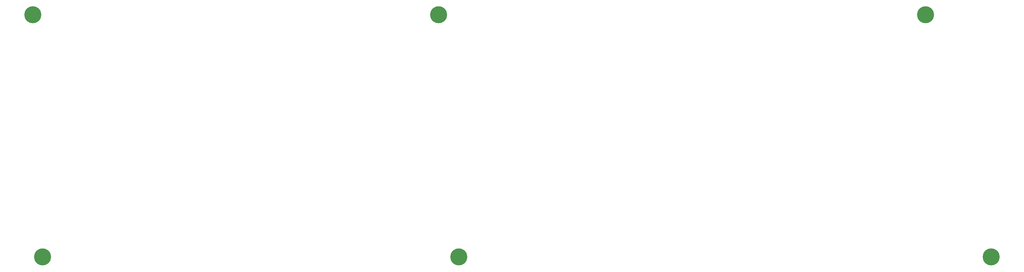
<source format=gbr>
%TF.GenerationSoftware,KiCad,Pcbnew,(5.1.9)-1*%
%TF.CreationDate,2021-04-11T15:20:34+09:00*%
%TF.ProjectId,yuiop60hh3-topplate,7975696f-7036-4306-9868-332d746f7070,1*%
%TF.SameCoordinates,Original*%
%TF.FileFunction,Copper,L2,Bot*%
%TF.FilePolarity,Positive*%
%FSLAX46Y46*%
G04 Gerber Fmt 4.6, Leading zero omitted, Abs format (unit mm)*
G04 Created by KiCad (PCBNEW (5.1.9)-1) date 2021-04-11 15:20:34*
%MOMM*%
%LPD*%
G01*
G04 APERTURE LIST*
%TA.AperFunction,ComponentPad*%
%ADD10C,4.000000*%
%TD*%
G04 APERTURE END LIST*
D10*
%TO.P,HOLE7,*%
%TO.N,*%
X108125000Y-117115000D03*
%TD*%
%TO.P,HOLE8,*%
%TO.N,*%
X110375000Y-174115000D03*
%TD*%
%TO.P,HOLE9,*%
%TO.N,*%
X317625000Y-117115000D03*
%TD*%
%TO.P,HOLE10,*%
%TO.N,*%
X333025000Y-174065000D03*
%TD*%
%TO.P,HOLE11,*%
%TO.N,*%
X203375000Y-117115000D03*
%TD*%
%TO.P,HOLE12,*%
%TO.N,*%
X208125000Y-174115000D03*
%TD*%
M02*

</source>
